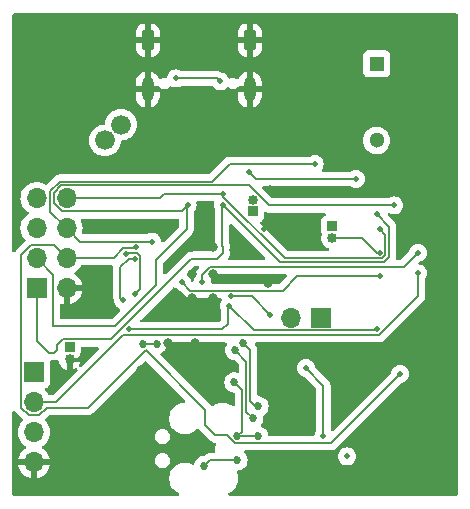
<source format=gbl>
G04 #@! TF.GenerationSoftware,KiCad,Pcbnew,8.0.1*
G04 #@! TF.CreationDate,2024-04-26T17:57:17-05:00*
G04 #@! TF.ProjectId,HCIPCB_ATSAMD21G18_template,48434950-4342-45f4-9154-53414d443231,rev?*
G04 #@! TF.SameCoordinates,Original*
G04 #@! TF.FileFunction,Copper,L2,Bot*
G04 #@! TF.FilePolarity,Positive*
%FSLAX46Y46*%
G04 Gerber Fmt 4.6, Leading zero omitted, Abs format (unit mm)*
G04 Created by KiCad (PCBNEW 8.0.1) date 2024-04-26 17:57:17*
%MOMM*%
%LPD*%
G01*
G04 APERTURE LIST*
G04 Aperture macros list*
%AMRoundRect*
0 Rectangle with rounded corners*
0 $1 Rounding radius*
0 $2 $3 $4 $5 $6 $7 $8 $9 X,Y pos of 4 corners*
0 Add a 4 corners polygon primitive as box body*
4,1,4,$2,$3,$4,$5,$6,$7,$8,$9,$2,$3,0*
0 Add four circle primitives for the rounded corners*
1,1,$1+$1,$2,$3*
1,1,$1+$1,$4,$5*
1,1,$1+$1,$6,$7*
1,1,$1+$1,$8,$9*
0 Add four rect primitives between the rounded corners*
20,1,$1+$1,$2,$3,$4,$5,0*
20,1,$1+$1,$4,$5,$6,$7,0*
20,1,$1+$1,$6,$7,$8,$9,0*
20,1,$1+$1,$8,$9,$2,$3,0*%
G04 Aperture macros list end*
G04 #@! TA.AperFunction,ComponentPad*
%ADD10R,0.850000X0.850000*%
G04 #@! TD*
G04 #@! TA.AperFunction,ComponentPad*
%ADD11O,0.850000X0.850000*%
G04 #@! TD*
G04 #@! TA.AperFunction,ComponentPad*
%ADD12O,1.000000X2.100000*%
G04 #@! TD*
G04 #@! TA.AperFunction,ComponentPad*
%ADD13RoundRect,0.250000X0.250000X0.650000X-0.250000X0.650000X-0.250000X-0.650000X0.250000X-0.650000X0*%
G04 #@! TD*
G04 #@! TA.AperFunction,ComponentPad*
%ADD14R,1.300000X1.300000*%
G04 #@! TD*
G04 #@! TA.AperFunction,ComponentPad*
%ADD15C,1.300000*%
G04 #@! TD*
G04 #@! TA.AperFunction,ComponentPad*
%ADD16R,1.700000X1.700000*%
G04 #@! TD*
G04 #@! TA.AperFunction,ComponentPad*
%ADD17O,1.700000X1.700000*%
G04 #@! TD*
G04 #@! TA.AperFunction,ComponentPad*
%ADD18C,1.676400*%
G04 #@! TD*
G04 #@! TA.AperFunction,ViaPad*
%ADD19C,0.800000*%
G04 #@! TD*
G04 #@! TA.AperFunction,ViaPad*
%ADD20C,0.500000*%
G04 #@! TD*
G04 #@! TA.AperFunction,ViaPad*
%ADD21C,0.685800*%
G04 #@! TD*
G04 #@! TA.AperFunction,Conductor*
%ADD22C,0.500000*%
G04 #@! TD*
G04 #@! TA.AperFunction,Conductor*
%ADD23C,0.200000*%
G04 #@! TD*
G04 #@! TA.AperFunction,Conductor*
%ADD24C,0.152400*%
G04 #@! TD*
G04 APERTURE END LIST*
D10*
X110500000Y-107000000D03*
D11*
X110500000Y-108000000D03*
D12*
X125763119Y-85179999D03*
X117123119Y-85179999D03*
D13*
X125763119Y-80999999D03*
X117123119Y-80999999D03*
D14*
X136500000Y-83000000D03*
D15*
X136500000Y-89500000D03*
D16*
X107500000Y-109130000D03*
D17*
X107500000Y-111670000D03*
X107500000Y-114210000D03*
X107500000Y-116750000D03*
D10*
X126000000Y-95500000D03*
D11*
X126000000Y-94500000D03*
D18*
X114858900Y-88148720D03*
X113500000Y-89500000D03*
D16*
X107710000Y-102000000D03*
D17*
X110250000Y-102000000D03*
X107710000Y-99460000D03*
X110250000Y-99460000D03*
X107710000Y-96920000D03*
X110250000Y-96920000D03*
X107710000Y-94380000D03*
X110250000Y-94380000D03*
D16*
X131750000Y-104500000D03*
D17*
X129210000Y-104500000D03*
D10*
X132750000Y-96750000D03*
D11*
X132750000Y-97750000D03*
D19*
X120904000Y-100838000D03*
X127300000Y-101600000D03*
D20*
X127500000Y-93500000D03*
D19*
X124460000Y-98750000D03*
X120904000Y-98552000D03*
X130556000Y-118618000D03*
X117094000Y-113030000D03*
D20*
X110750000Y-88750000D03*
X114250000Y-79750000D03*
D19*
X118872000Y-106680000D03*
D20*
X119500000Y-102250000D03*
X130250000Y-107250000D03*
D19*
X120904000Y-102870000D03*
D20*
X110750000Y-113000000D03*
D19*
X122682000Y-102870000D03*
D20*
X117750000Y-96750000D03*
X127000000Y-97000000D03*
D19*
X122682000Y-100838000D03*
X122682000Y-98552000D03*
X121158000Y-106680000D03*
D20*
X113500000Y-104250000D03*
D19*
X121412000Y-80538000D03*
X116586000Y-108966000D03*
X121200000Y-91700000D03*
D20*
X113500000Y-92000000D03*
D19*
X122428000Y-110998000D03*
D20*
X110000000Y-103750000D03*
D21*
X126492000Y-114554000D03*
X124460000Y-109982000D03*
X124714000Y-114554000D03*
D20*
X119500000Y-84250000D03*
X123250000Y-84500000D03*
D21*
X125222000Y-106680000D03*
X126492000Y-112014000D03*
X124500000Y-107249400D03*
X124714000Y-116586000D03*
X126045400Y-113030000D03*
X121911343Y-117027691D03*
D20*
X116000000Y-102500000D03*
X115250943Y-99119639D03*
X116000000Y-99500000D03*
X115000000Y-103000000D03*
D21*
X116700000Y-106700000D03*
X117900000Y-106700000D03*
D20*
X124000000Y-103500000D03*
X115500000Y-105500000D03*
X136500000Y-105500000D03*
X123500000Y-95000000D03*
X136500000Y-95750000D03*
X123500000Y-94000000D03*
X136750000Y-97000000D03*
X117503500Y-98061001D03*
X131250000Y-91500000D03*
X116156400Y-98538001D03*
X138500000Y-109250000D03*
X120500000Y-95000000D03*
X138000000Y-95000000D03*
X140000000Y-100750000D03*
X140000000Y-99000000D03*
X121750000Y-101500000D03*
X134750000Y-92750000D03*
X125670000Y-92150000D03*
X120000000Y-101500000D03*
X136750000Y-101000000D03*
X136750000Y-99000000D03*
X130500000Y-108750000D03*
X127500000Y-104250000D03*
X124202000Y-102704000D03*
X132000000Y-114500000D03*
X134000000Y-116250000D03*
D22*
X117123119Y-85179999D02*
X117123119Y-80999999D01*
X125763119Y-85179999D02*
X125763119Y-80999999D01*
D23*
X125107971Y-114160029D02*
X124714000Y-114554000D01*
X124714000Y-114554000D02*
X126492000Y-114554000D01*
X124460000Y-109982000D02*
X125103489Y-110625489D01*
X125107971Y-111261992D02*
X125107971Y-114160029D01*
X125103489Y-110625489D02*
X125103489Y-111257510D01*
X125103489Y-111257510D02*
X125107971Y-111261992D01*
X123000000Y-84250000D02*
X119500000Y-84250000D01*
X123250000Y-84500000D02*
X123000000Y-84250000D01*
X125802520Y-111578520D02*
X126238000Y-112014000D01*
X126238000Y-112014000D02*
X126492000Y-112014000D01*
X125802520Y-107260520D02*
X125802520Y-111578520D01*
X125222000Y-106680000D02*
X125802520Y-107260520D01*
X124500000Y-107249400D02*
X125476000Y-108225400D01*
X121911343Y-117027691D02*
X122353034Y-116586000D01*
X125476000Y-112460600D02*
X126045400Y-113030000D01*
X125476000Y-108225400D02*
X125476000Y-112460600D01*
X122353034Y-116586000D02*
X124714000Y-116586000D01*
D24*
X116453200Y-99312278D02*
X116453200Y-102046800D01*
X116187722Y-99046800D02*
X116453200Y-99312278D01*
X115250943Y-99119639D02*
X115323782Y-99046800D01*
X115323782Y-99046800D02*
X116187722Y-99046800D01*
X116453200Y-102046800D02*
X116000000Y-102500000D01*
X114796800Y-102796800D02*
X115000000Y-103000000D01*
X115500000Y-99500000D02*
X114796800Y-100203200D01*
X116000000Y-99500000D02*
X115500000Y-99500000D01*
X114796800Y-100203200D02*
X114796800Y-102796800D01*
D23*
X116700000Y-106700000D02*
X117900000Y-106700000D01*
X115500000Y-105500000D02*
X123416500Y-105500000D01*
X123916000Y-103584000D02*
X124000000Y-103500000D01*
X136423000Y-105577000D02*
X126077000Y-105577000D01*
X136500000Y-105500000D02*
X136423000Y-105577000D01*
X123416500Y-105500000D02*
X123916000Y-105000500D01*
X123916000Y-105000500D02*
X123916000Y-103584000D01*
X126077000Y-105577000D02*
X124000000Y-103500000D01*
X123000000Y-99500000D02*
X120825420Y-99500000D01*
X123416000Y-95084000D02*
X123416000Y-98416000D01*
X120825420Y-99500000D02*
X113977420Y-106348000D01*
X137083028Y-99804000D02*
X128304000Y-99804000D01*
X136500000Y-95750000D02*
X137554000Y-96804000D01*
X109477000Y-107197580D02*
X109197580Y-107477000D01*
X109931420Y-106348000D02*
X109477000Y-106802420D01*
X108727000Y-107477000D02*
X107710000Y-106460000D01*
X109477000Y-106802420D02*
X109477000Y-107197580D01*
X123500000Y-95000000D02*
X123416000Y-95084000D01*
X128304000Y-99804000D02*
X123500000Y-95000000D01*
X113977420Y-106348000D02*
X109931420Y-106348000D01*
X123500000Y-98500000D02*
X123500000Y-99000000D01*
X109197580Y-107477000D02*
X108727000Y-107477000D01*
X123500000Y-99000000D02*
X123000000Y-99500000D01*
X137554000Y-99333028D02*
X137083028Y-99804000D01*
X137554000Y-96804000D02*
X137554000Y-99333028D01*
X107710000Y-106460000D02*
X107710000Y-102000000D01*
X123416000Y-98416000D02*
X123500000Y-98500000D01*
X136947580Y-99477000D02*
X128727000Y-99477000D01*
X123500000Y-94250000D02*
X123500000Y-94000000D01*
X136750000Y-97000000D02*
X137227000Y-97477000D01*
X118157552Y-94380000D02*
X110250000Y-94380000D01*
X118537552Y-94000000D02*
X123500000Y-94000000D01*
X118537552Y-94000000D02*
X118157552Y-94380000D01*
X128727000Y-99477000D02*
X123500000Y-94250000D01*
X137227000Y-97477000D02*
X137227000Y-99197580D01*
X137227000Y-99197580D02*
X136947580Y-99477000D01*
X108846000Y-95516000D02*
X110250000Y-96920000D01*
X109668443Y-92976000D02*
X108846000Y-93798443D01*
X111391001Y-98061001D02*
X110250000Y-96920000D01*
X122588501Y-92976000D02*
X109668443Y-92976000D01*
X117503500Y-98061001D02*
X111391001Y-98061001D01*
X124064501Y-91500000D02*
X122588501Y-92976000D01*
X108846000Y-93798443D02*
X108846000Y-95516000D01*
X131250000Y-91500000D02*
X124064501Y-91500000D01*
X122006550Y-113625411D02*
X122006550Y-112340389D01*
X107946109Y-112747000D02*
X107053891Y-112747000D01*
X107053891Y-112747000D02*
X106423000Y-112116109D01*
X116936061Y-107269900D02*
X112089852Y-112116109D01*
X107263891Y-98383000D02*
X109173000Y-98383000D01*
X112089852Y-112116109D02*
X108577000Y-112116109D01*
X114236000Y-99460000D02*
X110250000Y-99460000D01*
X108577000Y-112116109D02*
X107946109Y-112747000D01*
X109173000Y-98383000D02*
X110250000Y-99460000D01*
X124477939Y-115123900D02*
X123821489Y-114467450D01*
X123821489Y-114467450D02*
X122848589Y-114467450D01*
X122006550Y-112340389D02*
X116936061Y-107269900D01*
X115053361Y-98642639D02*
X114236000Y-99460000D01*
X132626100Y-115123900D02*
X124477939Y-115123900D01*
X106423000Y-112116109D02*
X106423000Y-99223891D01*
X138500000Y-109250000D02*
X132626100Y-115123900D01*
X116051762Y-98642639D02*
X116156400Y-98538001D01*
X115053361Y-98642639D02*
X116051762Y-98642639D01*
X122848589Y-114467450D02*
X122006550Y-113625411D01*
X106423000Y-99223891D02*
X107263891Y-98383000D01*
X109098420Y-105227000D02*
X114326948Y-105227000D01*
X117830500Y-101723448D02*
X117830500Y-99588000D01*
X109098420Y-105227000D02*
X109098420Y-100848420D01*
X127422068Y-95000000D02*
X125725068Y-93303000D01*
X120000000Y-95500000D02*
X120500000Y-95000000D01*
X109173000Y-94826109D02*
X109846891Y-95500000D01*
X138000000Y-95000000D02*
X127422068Y-95000000D01*
X109846891Y-95500000D02*
X120000000Y-95500000D01*
X120416000Y-95084000D02*
X120500000Y-95000000D01*
X109803891Y-93303000D02*
X109173000Y-93933891D01*
X117830500Y-99588000D02*
X120416000Y-97002500D01*
X109173000Y-93933891D02*
X109173000Y-94826109D01*
X125725068Y-93303000D02*
X109803891Y-93303000D01*
X109098420Y-100848420D02*
X107710000Y-99460000D01*
X120416000Y-97002500D02*
X120416000Y-95084000D01*
X114326948Y-105227000D02*
X117830500Y-101723448D01*
X140000000Y-102674580D02*
X136697580Y-105977000D01*
X136697580Y-105977000D02*
X115023000Y-105977000D01*
X115023000Y-105977000D02*
X109330000Y-111670000D01*
X109330000Y-111670000D02*
X107500000Y-111670000D01*
X140000000Y-100750000D02*
X140000000Y-102674580D01*
X122417712Y-100211000D02*
X121750000Y-100878712D01*
X138789000Y-100211000D02*
X122417712Y-100211000D01*
X121750000Y-100878712D02*
X121750000Y-101500000D01*
X140000000Y-99000000D02*
X138789000Y-100211000D01*
X126270000Y-92750000D02*
X125670000Y-92150000D01*
X134750000Y-92750000D02*
X126270000Y-92750000D01*
X120727000Y-102227000D02*
X120000000Y-101500000D01*
X136750000Y-101000000D02*
X129779420Y-101000000D01*
X128552420Y-102227000D02*
X120727000Y-102227000D01*
X129779420Y-101000000D02*
X128552420Y-102227000D01*
X136500000Y-99000000D02*
X135250000Y-97750000D01*
X135250000Y-97750000D02*
X132750000Y-97750000D01*
X136750000Y-99000000D02*
X136500000Y-99000000D01*
X125954000Y-102704000D02*
X124202000Y-102704000D01*
X127500000Y-104250000D02*
X125954000Y-102704000D01*
X132000000Y-114500000D02*
X132000000Y-110250000D01*
X132000000Y-110250000D02*
X130500000Y-108750000D01*
G04 #@! TA.AperFunction,Conductor*
G36*
X116980093Y-108190583D02*
G01*
X117025156Y-108219544D01*
X120282567Y-111476955D01*
X120316593Y-111539267D01*
X120311528Y-111610082D01*
X120268981Y-111666918D01*
X120202461Y-111691729D01*
X120193472Y-111692050D01*
X120163701Y-111692050D01*
X119955696Y-111724995D01*
X119955690Y-111724996D01*
X119755410Y-111790071D01*
X119755404Y-111790074D01*
X119567757Y-111885685D01*
X119397381Y-112009471D01*
X119397378Y-112009473D01*
X119248473Y-112158378D01*
X119248471Y-112158381D01*
X119124685Y-112328757D01*
X119029074Y-112516404D01*
X119029071Y-112516410D01*
X118963996Y-112716690D01*
X118963995Y-112716695D01*
X118963995Y-112716696D01*
X118931050Y-112924701D01*
X118931050Y-113135299D01*
X118950186Y-113256116D01*
X118963996Y-113343309D01*
X119029071Y-113543589D01*
X119029073Y-113543594D01*
X119124683Y-113731239D01*
X119248469Y-113901616D01*
X119248471Y-113901618D01*
X119248473Y-113901621D01*
X119397378Y-114050526D01*
X119397381Y-114050528D01*
X119397384Y-114050531D01*
X119567761Y-114174317D01*
X119755406Y-114269927D01*
X119955696Y-114335005D01*
X120163701Y-114367950D01*
X120163704Y-114367950D01*
X120374296Y-114367950D01*
X120374299Y-114367950D01*
X120582304Y-114335005D01*
X120782594Y-114269927D01*
X120970239Y-114174317D01*
X121140616Y-114050531D01*
X121283637Y-113907509D01*
X121345947Y-113873486D01*
X121416763Y-113878550D01*
X121473599Y-113921097D01*
X121481850Y-113933605D01*
X121519628Y-113999038D01*
X121519630Y-113999040D01*
X121519633Y-113999044D01*
X122474955Y-114954366D01*
X122474960Y-114954370D01*
X122474962Y-114954372D01*
X122474963Y-114954373D01*
X122474965Y-114954374D01*
X122494541Y-114965676D01*
X122613716Y-115034482D01*
X122613722Y-115034483D01*
X122613723Y-115034484D01*
X122661434Y-115047268D01*
X122661435Y-115047268D01*
X122768478Y-115075950D01*
X122768479Y-115075950D01*
X122776667Y-115077028D01*
X122776259Y-115080122D01*
X122830170Y-115095952D01*
X122876663Y-115149608D01*
X122886767Y-115219882D01*
X122873168Y-115261352D01*
X122871699Y-115264098D01*
X122823018Y-115381625D01*
X122823017Y-115381628D01*
X122798200Y-115506388D01*
X122798200Y-115633611D01*
X122813727Y-115711666D01*
X122823017Y-115758373D01*
X122823018Y-115758377D01*
X122823019Y-115758378D01*
X122841619Y-115803282D01*
X122849208Y-115873871D01*
X122817429Y-115937358D01*
X122756371Y-115973586D01*
X122725210Y-115977500D01*
X122272923Y-115977500D01*
X122189989Y-115999722D01*
X122118164Y-116018967D01*
X122118157Y-116018970D01*
X122026956Y-116071626D01*
X121979409Y-116099076D01*
X121979400Y-116099084D01*
X121939100Y-116139385D01*
X121876789Y-116173411D01*
X121850004Y-116176291D01*
X121821857Y-116176291D01*
X121646796Y-116213501D01*
X121483293Y-116286297D01*
X121338507Y-116391491D01*
X121218749Y-116524497D01*
X121129267Y-116679485D01*
X121129264Y-116679490D01*
X121072483Y-116854245D01*
X121032409Y-116912850D01*
X120967012Y-116940487D01*
X120897056Y-116928380D01*
X120895497Y-116927600D01*
X120782594Y-116870073D01*
X120782591Y-116870072D01*
X120782589Y-116870071D01*
X120582309Y-116804996D01*
X120582305Y-116804995D01*
X120582304Y-116804995D01*
X120374299Y-116772050D01*
X120163701Y-116772050D01*
X119955696Y-116804995D01*
X119955690Y-116804996D01*
X119755410Y-116870071D01*
X119755404Y-116870074D01*
X119567757Y-116965685D01*
X119397381Y-117089471D01*
X119397378Y-117089473D01*
X119248473Y-117238378D01*
X119248471Y-117238381D01*
X119124685Y-117408757D01*
X119029074Y-117596404D01*
X119029071Y-117596410D01*
X118963996Y-117796690D01*
X118963995Y-117796695D01*
X118963995Y-117796696D01*
X118931050Y-118004701D01*
X118931050Y-118215299D01*
X118963995Y-118423304D01*
X118963996Y-118423309D01*
X119029071Y-118623589D01*
X119029073Y-118623594D01*
X119124683Y-118811239D01*
X119248469Y-118981616D01*
X119248471Y-118981618D01*
X119248473Y-118981621D01*
X119397378Y-119130526D01*
X119397381Y-119130528D01*
X119397384Y-119130531D01*
X119567761Y-119254317D01*
X119728244Y-119336087D01*
X119779858Y-119384834D01*
X119796924Y-119453749D01*
X119774023Y-119520951D01*
X119718426Y-119565103D01*
X119671040Y-119574353D01*
X105786588Y-119574353D01*
X105718467Y-119554351D01*
X105671974Y-119500695D01*
X105660588Y-119448353D01*
X105660588Y-112482811D01*
X105680590Y-112414690D01*
X105734246Y-112368197D01*
X105804520Y-112358093D01*
X105869100Y-112387587D01*
X105895707Y-112419811D01*
X105936075Y-112489732D01*
X105936077Y-112489734D01*
X105936078Y-112489736D01*
X106528026Y-113081684D01*
X106562050Y-113143995D01*
X106556986Y-113214810D01*
X106531631Y-113256116D01*
X106424280Y-113372729D01*
X106424275Y-113372734D01*
X106301141Y-113561206D01*
X106210703Y-113767386D01*
X106210702Y-113767387D01*
X106155437Y-113985624D01*
X106155436Y-113985630D01*
X106155436Y-113985632D01*
X106136844Y-114210000D01*
X106152801Y-114402571D01*
X106155437Y-114434375D01*
X106210702Y-114652612D01*
X106210703Y-114652613D01*
X106301141Y-114858793D01*
X106424275Y-115047265D01*
X106424279Y-115047270D01*
X106576762Y-115212908D01*
X106631331Y-115255381D01*
X106754424Y-115351189D01*
X106788205Y-115369470D01*
X106838596Y-115419482D01*
X106853949Y-115488799D01*
X106829389Y-115555412D01*
X106788209Y-115591096D01*
X106754704Y-115609228D01*
X106754698Y-115609232D01*
X106577097Y-115747465D01*
X106424674Y-115913041D01*
X106301580Y-116101451D01*
X106211179Y-116307543D01*
X106211176Y-116307550D01*
X106163455Y-116495999D01*
X106163456Y-116496000D01*
X107069297Y-116496000D01*
X107034075Y-116557007D01*
X107000000Y-116684174D01*
X107000000Y-116815826D01*
X107034075Y-116942993D01*
X107069297Y-117004000D01*
X106163455Y-117004000D01*
X106211176Y-117192449D01*
X106211179Y-117192456D01*
X106301580Y-117398548D01*
X106424674Y-117586958D01*
X106577097Y-117752534D01*
X106754698Y-117890767D01*
X106754699Y-117890768D01*
X106952628Y-117997882D01*
X106952630Y-117997883D01*
X107165483Y-118070955D01*
X107165492Y-118070957D01*
X107246000Y-118084391D01*
X107246000Y-117180702D01*
X107307007Y-117215925D01*
X107434174Y-117250000D01*
X107565826Y-117250000D01*
X107692993Y-117215925D01*
X107754000Y-117180702D01*
X107754000Y-118084390D01*
X107834507Y-118070957D01*
X107834516Y-118070955D01*
X108047369Y-117997883D01*
X108047371Y-117997882D01*
X108245300Y-117890768D01*
X108245301Y-117890767D01*
X108422902Y-117752534D01*
X108575325Y-117586958D01*
X108698419Y-117398548D01*
X108788820Y-117192456D01*
X108788823Y-117192449D01*
X108836544Y-117004000D01*
X107930703Y-117004000D01*
X107965925Y-116942993D01*
X108000000Y-116815826D01*
X108000000Y-116684174D01*
X107990739Y-116649611D01*
X117718200Y-116649611D01*
X117733377Y-116725909D01*
X117743017Y-116774373D01*
X117791699Y-116891901D01*
X117862374Y-116997674D01*
X117952326Y-117087626D01*
X118058099Y-117158301D01*
X118175627Y-117206983D01*
X118283054Y-117228351D01*
X118300388Y-117231799D01*
X118300391Y-117231799D01*
X118300394Y-117231800D01*
X118300395Y-117231800D01*
X118427605Y-117231800D01*
X118427606Y-117231800D01*
X118552373Y-117206983D01*
X118669901Y-117158301D01*
X118775674Y-117087626D01*
X118865626Y-116997674D01*
X118936301Y-116891901D01*
X118984983Y-116774373D01*
X119009800Y-116649606D01*
X119009800Y-116522394D01*
X118984983Y-116397627D01*
X118936301Y-116280099D01*
X118865626Y-116174326D01*
X118775674Y-116084374D01*
X118773327Y-116082806D01*
X118723149Y-116049278D01*
X118669901Y-116013699D01*
X118552373Y-115965017D01*
X118516725Y-115957926D01*
X118427611Y-115940200D01*
X118427606Y-115940200D01*
X118300394Y-115940200D01*
X118300388Y-115940200D01*
X118193450Y-115961471D01*
X118175627Y-115965017D01*
X118175625Y-115965018D01*
X118058097Y-116013700D01*
X117952329Y-116084371D01*
X117952323Y-116084376D01*
X117862376Y-116174323D01*
X117862371Y-116174329D01*
X117811810Y-116250000D01*
X117791699Y-116280099D01*
X117780329Y-116307550D01*
X117743018Y-116397625D01*
X117743017Y-116397628D01*
X117718200Y-116522388D01*
X117718200Y-116649611D01*
X107990739Y-116649611D01*
X107965925Y-116557007D01*
X107930703Y-116496000D01*
X108836544Y-116496000D01*
X108836544Y-116495999D01*
X108788823Y-116307550D01*
X108788820Y-116307543D01*
X108698419Y-116101451D01*
X108575325Y-115913041D01*
X108422902Y-115747465D01*
X108245301Y-115609232D01*
X108245300Y-115609231D01*
X108211791Y-115591097D01*
X108161401Y-115541083D01*
X108146050Y-115471766D01*
X108170612Y-115405153D01*
X108211790Y-115369472D01*
X108245576Y-115351189D01*
X108423240Y-115212906D01*
X108575722Y-115047268D01*
X108698860Y-114858791D01*
X108789296Y-114652616D01*
X108798160Y-114617611D01*
X117718200Y-114617611D01*
X117735926Y-114706725D01*
X117743017Y-114742373D01*
X117791699Y-114859901D01*
X117791700Y-114859902D01*
X117854823Y-114954374D01*
X117862374Y-114965674D01*
X117952326Y-115055626D01*
X118058099Y-115126301D01*
X118175627Y-115174983D01*
X118283054Y-115196351D01*
X118300388Y-115199799D01*
X118300391Y-115199799D01*
X118300394Y-115199800D01*
X118300395Y-115199800D01*
X118427605Y-115199800D01*
X118427606Y-115199800D01*
X118552373Y-115174983D01*
X118669901Y-115126301D01*
X118775674Y-115055626D01*
X118865626Y-114965674D01*
X118936301Y-114859901D01*
X118984983Y-114742373D01*
X119009800Y-114617606D01*
X119009800Y-114490394D01*
X118984983Y-114365627D01*
X118936301Y-114248099D01*
X118865626Y-114142326D01*
X118775674Y-114052374D01*
X118773327Y-114050806D01*
X118706954Y-114006457D01*
X118669901Y-113981699D01*
X118552373Y-113933017D01*
X118516725Y-113925926D01*
X118427611Y-113908200D01*
X118427606Y-113908200D01*
X118300394Y-113908200D01*
X118300388Y-113908200D01*
X118193450Y-113929471D01*
X118175627Y-113933017D01*
X118174208Y-113933605D01*
X118058097Y-113981700D01*
X117952329Y-114052371D01*
X117952323Y-114052376D01*
X117862376Y-114142323D01*
X117862371Y-114142329D01*
X117791700Y-114248097D01*
X117791699Y-114248099D01*
X117782658Y-114269927D01*
X117743018Y-114365625D01*
X117743017Y-114365628D01*
X117718200Y-114490388D01*
X117718200Y-114617611D01*
X108798160Y-114617611D01*
X108844564Y-114434368D01*
X108863156Y-114210000D01*
X108844564Y-113985632D01*
X108831240Y-113933017D01*
X108789297Y-113767387D01*
X108789296Y-113767386D01*
X108789296Y-113767384D01*
X108698860Y-113561209D01*
X108579298Y-113378205D01*
X108575724Y-113372734D01*
X108575719Y-113372729D01*
X108468369Y-113256116D01*
X108436948Y-113192451D01*
X108444935Y-113121905D01*
X108471975Y-113081682D01*
X108628954Y-112924704D01*
X108792145Y-112761513D01*
X108854457Y-112727488D01*
X108881240Y-112724609D01*
X112169962Y-112724609D01*
X112169963Y-112724609D01*
X112247343Y-112703875D01*
X112324725Y-112683141D01*
X112463479Y-112603031D01*
X116846966Y-108219544D01*
X116909278Y-108185518D01*
X116980093Y-108190583D01*
G37*
G04 #@! TD.AperFunction*
G04 #@! TA.AperFunction,Conductor*
G36*
X143308267Y-78768070D02*
G01*
X143354760Y-78821726D01*
X143366146Y-78874068D01*
X143366146Y-119448353D01*
X143346144Y-119516474D01*
X143292488Y-119562967D01*
X143240146Y-119574353D01*
X124041960Y-119574353D01*
X123973839Y-119554351D01*
X123927346Y-119500695D01*
X123917242Y-119430421D01*
X123946736Y-119365841D01*
X123984754Y-119336088D01*
X124145239Y-119254317D01*
X124315616Y-119130531D01*
X124464531Y-118981616D01*
X124588317Y-118811239D01*
X124683927Y-118623594D01*
X124749005Y-118423304D01*
X124781950Y-118215299D01*
X124781950Y-118004701D01*
X124749005Y-117796696D01*
X124685854Y-117602336D01*
X124683827Y-117531368D01*
X124720489Y-117470571D01*
X124784201Y-117439245D01*
X124796930Y-117438151D01*
X124796924Y-117438090D01*
X124803481Y-117437401D01*
X124803486Y-117437400D01*
X124978546Y-117400190D01*
X125142045Y-117327396D01*
X125286836Y-117222199D01*
X125406591Y-117089197D01*
X125496077Y-116934203D01*
X125509822Y-116891902D01*
X125548008Y-116774374D01*
X125551382Y-116763991D01*
X125570090Y-116586000D01*
X125551382Y-116408009D01*
X125509822Y-116280099D01*
X125500043Y-116250000D01*
X133236701Y-116250000D01*
X133255837Y-116419848D01*
X133312290Y-116581182D01*
X133403231Y-116725912D01*
X133524087Y-116846768D01*
X133524089Y-116846769D01*
X133524091Y-116846771D01*
X133668817Y-116937709D01*
X133830150Y-116994162D01*
X133830149Y-116994162D01*
X133847348Y-116996099D01*
X134000000Y-117013299D01*
X134169850Y-116994162D01*
X134331183Y-116937709D01*
X134475909Y-116846771D01*
X134596771Y-116725909D01*
X134687709Y-116581183D01*
X134744162Y-116419850D01*
X134763299Y-116250000D01*
X134744162Y-116080150D01*
X134687709Y-115918817D01*
X134596771Y-115774091D01*
X134596769Y-115774089D01*
X134596768Y-115774087D01*
X134475912Y-115653231D01*
X134331182Y-115562290D01*
X134231270Y-115527330D01*
X134169850Y-115505838D01*
X134169848Y-115505837D01*
X134169850Y-115505837D01*
X134000000Y-115486701D01*
X133830151Y-115505837D01*
X133668817Y-115562290D01*
X133524087Y-115653231D01*
X133403231Y-115774087D01*
X133312290Y-115918817D01*
X133255837Y-116080151D01*
X133236701Y-116250000D01*
X125500043Y-116250000D01*
X125496079Y-116237801D01*
X125496075Y-116237794D01*
X125482049Y-116213501D01*
X125439259Y-116139385D01*
X125406593Y-116082806D01*
X125406592Y-116082805D01*
X125406591Y-116082803D01*
X125300537Y-115965018D01*
X125282417Y-115944893D01*
X125284027Y-115943442D01*
X125252083Y-115891603D01*
X125253427Y-115820620D01*
X125292934Y-115761631D01*
X125358061Y-115733365D01*
X125373629Y-115732400D01*
X132706210Y-115732400D01*
X132706211Y-115732400D01*
X132783591Y-115711666D01*
X132860973Y-115690932D01*
X132999727Y-115610822D01*
X138578421Y-110032125D01*
X138640731Y-109998102D01*
X138653411Y-109996014D01*
X138669841Y-109994163D01*
X138669840Y-109994163D01*
X138669850Y-109994162D01*
X138831183Y-109937709D01*
X138975909Y-109846771D01*
X139096771Y-109725909D01*
X139187709Y-109581183D01*
X139244162Y-109419850D01*
X139263299Y-109250000D01*
X139244162Y-109080150D01*
X139187709Y-108918817D01*
X139096771Y-108774091D01*
X139096769Y-108774089D01*
X139096768Y-108774087D01*
X138975912Y-108653231D01*
X138831182Y-108562290D01*
X138731270Y-108527330D01*
X138669850Y-108505838D01*
X138669848Y-108505837D01*
X138669850Y-108505837D01*
X138500000Y-108486701D01*
X138330151Y-108505837D01*
X138168817Y-108562290D01*
X138024087Y-108653231D01*
X137903231Y-108774087D01*
X137812290Y-108918817D01*
X137755838Y-109080147D01*
X137755837Y-109080151D01*
X137753984Y-109096598D01*
X137726477Y-109162049D01*
X137717872Y-109171578D01*
X132823595Y-114065855D01*
X132761283Y-114099881D01*
X132690468Y-114094816D01*
X132633632Y-114052269D01*
X132608821Y-113985749D01*
X132608500Y-113976760D01*
X132608500Y-110169890D01*
X132586880Y-110089204D01*
X132570652Y-110028638D01*
X132567032Y-110015127D01*
X132486921Y-109876372D01*
X132486918Y-109876369D01*
X132486915Y-109876365D01*
X131282127Y-108671578D01*
X131248102Y-108609266D01*
X131246014Y-108596588D01*
X131244163Y-108580157D01*
X131244162Y-108580155D01*
X131244162Y-108580150D01*
X131187709Y-108418817D01*
X131096771Y-108274091D01*
X131096769Y-108274089D01*
X131096768Y-108274087D01*
X130975912Y-108153231D01*
X130831182Y-108062290D01*
X130731270Y-108027330D01*
X130669850Y-108005838D01*
X130669848Y-108005837D01*
X130669850Y-108005837D01*
X130500000Y-107986701D01*
X130330151Y-108005837D01*
X130168817Y-108062290D01*
X130024087Y-108153231D01*
X129903231Y-108274087D01*
X129812290Y-108418817D01*
X129755837Y-108580151D01*
X129736701Y-108750000D01*
X129755837Y-108919848D01*
X129812290Y-109081182D01*
X129903231Y-109225912D01*
X130024087Y-109346768D01*
X130024089Y-109346769D01*
X130024091Y-109346771D01*
X130168817Y-109437709D01*
X130330150Y-109494162D01*
X130330155Y-109494162D01*
X130330157Y-109494163D01*
X130346588Y-109496014D01*
X130412041Y-109523516D01*
X130421578Y-109532127D01*
X131354595Y-110465144D01*
X131388621Y-110527456D01*
X131391500Y-110554239D01*
X131391500Y-114006457D01*
X131372187Y-114073493D01*
X131312292Y-114168814D01*
X131312291Y-114168816D01*
X131255837Y-114330151D01*
X131247573Y-114403507D01*
X131220070Y-114468960D01*
X131161546Y-114509153D01*
X131122365Y-114515400D01*
X127457483Y-114515400D01*
X127389362Y-114495398D01*
X127342869Y-114441742D01*
X127332174Y-114402576D01*
X127329382Y-114376009D01*
X127316059Y-114335005D01*
X127274079Y-114205801D01*
X127274075Y-114205794D01*
X127252726Y-114168817D01*
X127197691Y-114073493D01*
X127184593Y-114050806D01*
X127184592Y-114050805D01*
X127184591Y-114050803D01*
X127064836Y-113917801D01*
X127064835Y-113917800D01*
X126920049Y-113812606D01*
X126818478Y-113767384D01*
X126768933Y-113745325D01*
X126714837Y-113699345D01*
X126694188Y-113631418D01*
X126713540Y-113563109D01*
X126726548Y-113545906D01*
X126737991Y-113533197D01*
X126737992Y-113533195D01*
X126827477Y-113378203D01*
X126838817Y-113343304D01*
X126882780Y-113207996D01*
X126882782Y-113207991D01*
X126901490Y-113030000D01*
X126883595Y-112859747D01*
X126896367Y-112789912D01*
X126934845Y-112744643D01*
X127064834Y-112650201D01*
X127107304Y-112603033D01*
X127184591Y-112517197D01*
X127274077Y-112362203D01*
X127275413Y-112358093D01*
X127329380Y-112191996D01*
X127329382Y-112191991D01*
X127348090Y-112014000D01*
X127329382Y-111836009D01*
X127293312Y-111724995D01*
X127274079Y-111665801D01*
X127274075Y-111665794D01*
X127184593Y-111510806D01*
X127184592Y-111510805D01*
X127184591Y-111510803D01*
X127064836Y-111377801D01*
X127055386Y-111370935D01*
X126920049Y-111272606D01*
X126756546Y-111199810D01*
X126581486Y-111162600D01*
X126537020Y-111162600D01*
X126468899Y-111142598D01*
X126422406Y-111088942D01*
X126411020Y-111036600D01*
X126411020Y-107180410D01*
X126372672Y-107037293D01*
X126372671Y-107037286D01*
X126369554Y-107025651D01*
X126369552Y-107025648D01*
X126369552Y-107025647D01*
X126314835Y-106930875D01*
X126289443Y-106886895D01*
X126289435Y-106886885D01*
X126203145Y-106800595D01*
X126169119Y-106738283D01*
X126174184Y-106667468D01*
X126216731Y-106610632D01*
X126283251Y-106585821D01*
X126292240Y-106585500D01*
X136777690Y-106585500D01*
X136777691Y-106585500D01*
X136855071Y-106564766D01*
X136932453Y-106544032D01*
X137071207Y-106463922D01*
X140486921Y-103048208D01*
X140567032Y-102909453D01*
X140603242Y-102774315D01*
X140608500Y-102754691D01*
X140608500Y-101243542D01*
X140627812Y-101176506D01*
X140687709Y-101081183D01*
X140744162Y-100919850D01*
X140763299Y-100750000D01*
X140744162Y-100580150D01*
X140687709Y-100418817D01*
X140596771Y-100274091D01*
X140596769Y-100274089D01*
X140596768Y-100274087D01*
X140475912Y-100153231D01*
X140331182Y-100062290D01*
X140231270Y-100027330D01*
X140169850Y-100005838D01*
X140169848Y-100005837D01*
X140169850Y-100005837D01*
X140146617Y-100003220D01*
X140081164Y-99975716D01*
X140040971Y-99917192D01*
X140038799Y-99846229D01*
X140071628Y-99788919D01*
X140078422Y-99782125D01*
X140140732Y-99748101D01*
X140153412Y-99746014D01*
X140169841Y-99744163D01*
X140169840Y-99744163D01*
X140169850Y-99744162D01*
X140331183Y-99687709D01*
X140475909Y-99596771D01*
X140596771Y-99475909D01*
X140687709Y-99331183D01*
X140744162Y-99169850D01*
X140763299Y-99000000D01*
X140744162Y-98830150D01*
X140687709Y-98668817D01*
X140596771Y-98524091D01*
X140596769Y-98524089D01*
X140596768Y-98524087D01*
X140475912Y-98403231D01*
X140331182Y-98312290D01*
X140196396Y-98265127D01*
X140169850Y-98255838D01*
X140169848Y-98255837D01*
X140169850Y-98255837D01*
X140000000Y-98236701D01*
X139830151Y-98255837D01*
X139668817Y-98312290D01*
X139524087Y-98403231D01*
X139403231Y-98524087D01*
X139312290Y-98668817D01*
X139255839Y-98830144D01*
X139255836Y-98830157D01*
X139253985Y-98846591D01*
X139226480Y-98912043D01*
X139217874Y-98921575D01*
X138573856Y-99565595D01*
X138511543Y-99599620D01*
X138484760Y-99602500D01*
X138275968Y-99602500D01*
X138207847Y-99582498D01*
X138161354Y-99528842D01*
X138151250Y-99458568D01*
X138154261Y-99443891D01*
X138162499Y-99413142D01*
X138162500Y-99413138D01*
X138162500Y-96723890D01*
X138162500Y-96723889D01*
X138136371Y-96626373D01*
X138136371Y-96626372D01*
X138136371Y-96626371D01*
X138121034Y-96569134D01*
X138121033Y-96569133D01*
X138121032Y-96569127D01*
X138087730Y-96511447D01*
X138040923Y-96430375D01*
X138040918Y-96430369D01*
X137761115Y-96150566D01*
X137462515Y-95851966D01*
X137428492Y-95789656D01*
X137433556Y-95718841D01*
X137476103Y-95662005D01*
X137542623Y-95637194D01*
X137611997Y-95652285D01*
X137618648Y-95656186D01*
X137627909Y-95662005D01*
X137668817Y-95687709D01*
X137830150Y-95744162D01*
X137830149Y-95744162D01*
X137847348Y-95746099D01*
X138000000Y-95763299D01*
X138169850Y-95744162D01*
X138331183Y-95687709D01*
X138475909Y-95596771D01*
X138596771Y-95475909D01*
X138687709Y-95331183D01*
X138744162Y-95169850D01*
X138763299Y-95000000D01*
X138744162Y-94830150D01*
X138687709Y-94668817D01*
X138596771Y-94524091D01*
X138596769Y-94524089D01*
X138596768Y-94524087D01*
X138475912Y-94403231D01*
X138457242Y-94391500D01*
X138331185Y-94312292D01*
X138331182Y-94312290D01*
X138231270Y-94277330D01*
X138169850Y-94255838D01*
X138169848Y-94255837D01*
X138169850Y-94255837D01*
X138000000Y-94236701D01*
X137830151Y-94255837D01*
X137668816Y-94312291D01*
X137668814Y-94312292D01*
X137573493Y-94372187D01*
X137506457Y-94391500D01*
X127726307Y-94391500D01*
X127658186Y-94371498D01*
X127637212Y-94354595D01*
X126856212Y-93573595D01*
X126822186Y-93511283D01*
X126827251Y-93440468D01*
X126869798Y-93383632D01*
X126936318Y-93358821D01*
X126945307Y-93358500D01*
X134256457Y-93358500D01*
X134323493Y-93377813D01*
X134418817Y-93437709D01*
X134580150Y-93494162D01*
X134580149Y-93494162D01*
X134597348Y-93496099D01*
X134750000Y-93513299D01*
X134919850Y-93494162D01*
X135081183Y-93437709D01*
X135225909Y-93346771D01*
X135346771Y-93225909D01*
X135437709Y-93081183D01*
X135494162Y-92919850D01*
X135513299Y-92750000D01*
X135494162Y-92580150D01*
X135437709Y-92418817D01*
X135346771Y-92274091D01*
X135346769Y-92274089D01*
X135346768Y-92274087D01*
X135225912Y-92153231D01*
X135207242Y-92141500D01*
X135191719Y-92131746D01*
X135081182Y-92062290D01*
X134981270Y-92027330D01*
X134919850Y-92005838D01*
X134919848Y-92005837D01*
X134919850Y-92005837D01*
X134750000Y-91986701D01*
X134580151Y-92005837D01*
X134418816Y-92062291D01*
X134418814Y-92062292D01*
X134323493Y-92122187D01*
X134256457Y-92141500D01*
X131970703Y-92141500D01*
X131902582Y-92121498D01*
X131856089Y-92067842D01*
X131845985Y-91997568D01*
X131864015Y-91948465D01*
X131937709Y-91831183D01*
X131994162Y-91669850D01*
X132013299Y-91500000D01*
X131994162Y-91330150D01*
X131937709Y-91168817D01*
X131846771Y-91024091D01*
X131846769Y-91024089D01*
X131846768Y-91024087D01*
X131725912Y-90903231D01*
X131707242Y-90891500D01*
X131611445Y-90831306D01*
X131581182Y-90812290D01*
X131461231Y-90770318D01*
X131419850Y-90755838D01*
X131419848Y-90755837D01*
X131419850Y-90755837D01*
X131250000Y-90736701D01*
X131080151Y-90755837D01*
X130918816Y-90812291D01*
X130918814Y-90812292D01*
X130823493Y-90872187D01*
X130756457Y-90891500D01*
X123984389Y-90891500D01*
X123940616Y-90903228D01*
X123940617Y-90903229D01*
X123829630Y-90932967D01*
X123829623Y-90932970D01*
X123690876Y-91013076D01*
X123690866Y-91013084D01*
X122373357Y-92330595D01*
X122311045Y-92364620D01*
X122284262Y-92367500D01*
X109588331Y-92367500D01*
X109523494Y-92384872D01*
X109523495Y-92384873D01*
X109433572Y-92408967D01*
X109433565Y-92408970D01*
X109376821Y-92441731D01*
X109376822Y-92441732D01*
X109294815Y-92489078D01*
X109294813Y-92489080D01*
X109238168Y-92545726D01*
X109181522Y-92602372D01*
X109181520Y-92602374D01*
X108580087Y-93203805D01*
X108517775Y-93237830D01*
X108446959Y-93232765D01*
X108431023Y-93225523D01*
X108338338Y-93175365D01*
X108257574Y-93131658D01*
X108257572Y-93131657D01*
X108257571Y-93131656D01*
X108044639Y-93058557D01*
X108044630Y-93058555D01*
X108000476Y-93051187D01*
X107822569Y-93021500D01*
X107597431Y-93021500D01*
X107449211Y-93046233D01*
X107375369Y-93058555D01*
X107375360Y-93058557D01*
X107162428Y-93131656D01*
X107162426Y-93131658D01*
X106964426Y-93238810D01*
X106964424Y-93238811D01*
X106786762Y-93377091D01*
X106634279Y-93542729D01*
X106634275Y-93542734D01*
X106511141Y-93731206D01*
X106420703Y-93937386D01*
X106420702Y-93937387D01*
X106365437Y-94155624D01*
X106365436Y-94155630D01*
X106365436Y-94155632D01*
X106357133Y-94255837D01*
X106346844Y-94380000D01*
X106365437Y-94604375D01*
X106420702Y-94822612D01*
X106420703Y-94822613D01*
X106420704Y-94822616D01*
X106450437Y-94890401D01*
X106511141Y-95028793D01*
X106634275Y-95217265D01*
X106634279Y-95217270D01*
X106786762Y-95382908D01*
X106841331Y-95425381D01*
X106964424Y-95521189D01*
X106997680Y-95539186D01*
X107048071Y-95589200D01*
X107063423Y-95658516D01*
X107038862Y-95725129D01*
X106997680Y-95760814D01*
X106964426Y-95778810D01*
X106964424Y-95778811D01*
X106786762Y-95917091D01*
X106634279Y-96082729D01*
X106634275Y-96082734D01*
X106511141Y-96271206D01*
X106420703Y-96477386D01*
X106420702Y-96477387D01*
X106365437Y-96695624D01*
X106365436Y-96695630D01*
X106365436Y-96695632D01*
X106346844Y-96920000D01*
X106365198Y-97141500D01*
X106365437Y-97144375D01*
X106420702Y-97362612D01*
X106420703Y-97362613D01*
X106420704Y-97362616D01*
X106458889Y-97449670D01*
X106511141Y-97568793D01*
X106634275Y-97757265D01*
X106634279Y-97757270D01*
X106741630Y-97873882D01*
X106773051Y-97937547D01*
X106765065Y-98008093D01*
X106738025Y-98048315D01*
X105936080Y-98850261D01*
X105936077Y-98850265D01*
X105895707Y-98920188D01*
X105844324Y-98969181D01*
X105774610Y-98982616D01*
X105708699Y-98956229D01*
X105667518Y-98898397D01*
X105660588Y-98857187D01*
X105660588Y-89500000D01*
X112148156Y-89500000D01*
X112168694Y-89734748D01*
X112229681Y-89962356D01*
X112229683Y-89962360D01*
X112329270Y-90175925D01*
X112464422Y-90368944D01*
X112464431Y-90368954D01*
X112631045Y-90535568D01*
X112631055Y-90535577D01*
X112824074Y-90670729D01*
X112824073Y-90670729D01*
X112899996Y-90706132D01*
X113037642Y-90770318D01*
X113265255Y-90831306D01*
X113500000Y-90851844D01*
X113734745Y-90831306D01*
X113962358Y-90770318D01*
X114175922Y-90670731D01*
X114360496Y-90541492D01*
X114368944Y-90535577D01*
X114368946Y-90535574D01*
X114368949Y-90535573D01*
X114535573Y-90368949D01*
X114670731Y-90175922D01*
X114770318Y-89962358D01*
X114831306Y-89734745D01*
X114842525Y-89606511D01*
X114868387Y-89540396D01*
X114924174Y-89500000D01*
X135336537Y-89500000D01*
X135356347Y-89713789D01*
X135415100Y-89920283D01*
X135415103Y-89920291D01*
X135510804Y-90112484D01*
X135510805Y-90112485D01*
X135640191Y-90283821D01*
X135798854Y-90428462D01*
X135798856Y-90428463D01*
X135798857Y-90428464D01*
X135981400Y-90541489D01*
X135981408Y-90541492D01*
X136181598Y-90619047D01*
X136181603Y-90619049D01*
X136392649Y-90658500D01*
X136392651Y-90658500D01*
X136607349Y-90658500D01*
X136607351Y-90658500D01*
X136818397Y-90619049D01*
X137018600Y-90541489D01*
X137201143Y-90428464D01*
X137359810Y-90283820D01*
X137489196Y-90112484D01*
X137584897Y-89920291D01*
X137643653Y-89713786D01*
X137663463Y-89500000D01*
X137643653Y-89286214D01*
X137637688Y-89265251D01*
X137584899Y-89079716D01*
X137584898Y-89079715D01*
X137584897Y-89079709D01*
X137489196Y-88887516D01*
X137359810Y-88716180D01*
X137359808Y-88716178D01*
X137201145Y-88571537D01*
X137028161Y-88464431D01*
X137018600Y-88458511D01*
X137018598Y-88458510D01*
X137018591Y-88458507D01*
X136818401Y-88380952D01*
X136818402Y-88380952D01*
X136818397Y-88380951D01*
X136607351Y-88341500D01*
X136392649Y-88341500D01*
X136233390Y-88371270D01*
X136181597Y-88380952D01*
X135981408Y-88458507D01*
X135981401Y-88458510D01*
X135798854Y-88571537D01*
X135640191Y-88716178D01*
X135510805Y-88887514D01*
X135415103Y-89079708D01*
X135415100Y-89079716D01*
X135356347Y-89286210D01*
X135336537Y-89500000D01*
X114924174Y-89500000D01*
X114925891Y-89498757D01*
X114957057Y-89491976D01*
X115093645Y-89480026D01*
X115321258Y-89419038D01*
X115534822Y-89319451D01*
X115582290Y-89286214D01*
X115727844Y-89184297D01*
X115727846Y-89184294D01*
X115727849Y-89184293D01*
X115894473Y-89017669D01*
X115985607Y-88887516D01*
X116029629Y-88824645D01*
X116029629Y-88824644D01*
X116029631Y-88824642D01*
X116129218Y-88611078D01*
X116190206Y-88383465D01*
X116210744Y-88148720D01*
X116190206Y-87913975D01*
X116129218Y-87686362D01*
X116029631Y-87472798D01*
X116029630Y-87472797D01*
X116029629Y-87472794D01*
X115894477Y-87279775D01*
X115894468Y-87279765D01*
X115727854Y-87113151D01*
X115727844Y-87113142D01*
X115534825Y-86977990D01*
X115534826Y-86977990D01*
X115321260Y-86878403D01*
X115321256Y-86878401D01*
X115093648Y-86817414D01*
X114858900Y-86796876D01*
X114624151Y-86817414D01*
X114396543Y-86878401D01*
X114396539Y-86878403D01*
X114182974Y-86977990D01*
X113989955Y-87113142D01*
X113989945Y-87113151D01*
X113823331Y-87279765D01*
X113823322Y-87279775D01*
X113688170Y-87472794D01*
X113588583Y-87686359D01*
X113588581Y-87686363D01*
X113527594Y-87913973D01*
X113527593Y-87913980D01*
X113516374Y-88042205D01*
X113490511Y-88108324D01*
X113433007Y-88149963D01*
X113401837Y-88156743D01*
X113265259Y-88168693D01*
X113265253Y-88168694D01*
X113037643Y-88229681D01*
X113037639Y-88229683D01*
X112824074Y-88329270D01*
X112631055Y-88464422D01*
X112631045Y-88464431D01*
X112464431Y-88631045D01*
X112464422Y-88631055D01*
X112329270Y-88824074D01*
X112229683Y-89037639D01*
X112229681Y-89037643D01*
X112168694Y-89265251D01*
X112148156Y-89500000D01*
X105660588Y-89500000D01*
X105660588Y-85829280D01*
X116115119Y-85829280D01*
X116153856Y-86024022D01*
X116153858Y-86024027D01*
X116229841Y-86207465D01*
X116340151Y-86372556D01*
X116340156Y-86372563D01*
X116480554Y-86512961D01*
X116480561Y-86512966D01*
X116645652Y-86623276D01*
X116829090Y-86699259D01*
X116829095Y-86699261D01*
X116869118Y-86707222D01*
X116869119Y-86707222D01*
X116869119Y-85890059D01*
X116883059Y-85914204D01*
X116938914Y-85970059D01*
X117007323Y-86009555D01*
X117083623Y-86029999D01*
X117162615Y-86029999D01*
X117238915Y-86009555D01*
X117307324Y-85970059D01*
X117363179Y-85914204D01*
X117377119Y-85890059D01*
X117377119Y-86707222D01*
X117417142Y-86699261D01*
X117417147Y-86699259D01*
X117600585Y-86623276D01*
X117765676Y-86512966D01*
X117765683Y-86512961D01*
X117906081Y-86372563D01*
X117906086Y-86372556D01*
X118016396Y-86207465D01*
X118092379Y-86024027D01*
X118092381Y-86024022D01*
X118131118Y-85829280D01*
X118131119Y-85829276D01*
X118131119Y-85433999D01*
X117423119Y-85433999D01*
X117423119Y-84925999D01*
X118075218Y-84925999D01*
X118143339Y-84946001D01*
X118166031Y-84966876D01*
X118166784Y-84966124D01*
X118261148Y-85060488D01*
X118261153Y-85060492D01*
X118261155Y-85060494D01*
X118261156Y-85060495D01*
X118261158Y-85060496D01*
X118369581Y-85123093D01*
X118369583Y-85123094D01*
X118490518Y-85155499D01*
X118615720Y-85155499D01*
X118736655Y-85123094D01*
X118845083Y-85060494D01*
X118933614Y-84971963D01*
X118945335Y-84951660D01*
X118996716Y-84902667D01*
X119066430Y-84889229D01*
X119121490Y-84907971D01*
X119168817Y-84937709D01*
X119330150Y-84994162D01*
X119330149Y-84994162D01*
X119347348Y-84996099D01*
X119500000Y-85013299D01*
X119669850Y-84994162D01*
X119831183Y-84937709D01*
X119926507Y-84877813D01*
X119993543Y-84858500D01*
X122509818Y-84858500D01*
X122577939Y-84878502D01*
X122616505Y-84917464D01*
X122653228Y-84975908D01*
X122653230Y-84975911D01*
X122774087Y-85096768D01*
X122774089Y-85096769D01*
X122774091Y-85096771D01*
X122918817Y-85187709D01*
X123080150Y-85244162D01*
X123080149Y-85244162D01*
X123097348Y-85246099D01*
X123250000Y-85263299D01*
X123419850Y-85244162D01*
X123581183Y-85187709D01*
X123725909Y-85096771D01*
X123812576Y-85010103D01*
X123874886Y-84976080D01*
X123945702Y-84981144D01*
X123990765Y-85010105D01*
X124041148Y-85060488D01*
X124041153Y-85060492D01*
X124041155Y-85060494D01*
X124041156Y-85060495D01*
X124041158Y-85060496D01*
X124149581Y-85123093D01*
X124149583Y-85123094D01*
X124270518Y-85155499D01*
X124395720Y-85155499D01*
X124516655Y-85123094D01*
X124625083Y-85060494D01*
X124625089Y-85060488D01*
X124719454Y-84966124D01*
X124721210Y-84967880D01*
X124768400Y-84933426D01*
X124811020Y-84925999D01*
X125463119Y-84925999D01*
X125463119Y-85433999D01*
X124755119Y-85433999D01*
X124755119Y-85829280D01*
X124793856Y-86024022D01*
X124793858Y-86024027D01*
X124869841Y-86207465D01*
X124980151Y-86372556D01*
X124980156Y-86372563D01*
X125120554Y-86512961D01*
X125120561Y-86512966D01*
X125285652Y-86623276D01*
X125469090Y-86699259D01*
X125469095Y-86699261D01*
X125509118Y-86707222D01*
X125509119Y-86707222D01*
X125509119Y-85890059D01*
X125523059Y-85914204D01*
X125578914Y-85970059D01*
X125647323Y-86009555D01*
X125723623Y-86029999D01*
X125802615Y-86029999D01*
X125878915Y-86009555D01*
X125947324Y-85970059D01*
X126003179Y-85914204D01*
X126017119Y-85890059D01*
X126017119Y-86707222D01*
X126057142Y-86699261D01*
X126057147Y-86699259D01*
X126240585Y-86623276D01*
X126405676Y-86512966D01*
X126405683Y-86512961D01*
X126546081Y-86372563D01*
X126546086Y-86372556D01*
X126656396Y-86207465D01*
X126732379Y-86024027D01*
X126732381Y-86024022D01*
X126771118Y-85829280D01*
X126771119Y-85829276D01*
X126771119Y-85433999D01*
X126063119Y-85433999D01*
X126063119Y-84925999D01*
X126771119Y-84925999D01*
X126771119Y-84530721D01*
X126771118Y-84530717D01*
X126732381Y-84335975D01*
X126732379Y-84335970D01*
X126656396Y-84152532D01*
X126546086Y-83987441D01*
X126546081Y-83987434D01*
X126405683Y-83847036D01*
X126405676Y-83847031D01*
X126240586Y-83736721D01*
X126148672Y-83698649D01*
X135341500Y-83698649D01*
X135348009Y-83759196D01*
X135348011Y-83759204D01*
X135399110Y-83896202D01*
X135399112Y-83896207D01*
X135486738Y-84013261D01*
X135603792Y-84100887D01*
X135603794Y-84100888D01*
X135603796Y-84100889D01*
X135662875Y-84122924D01*
X135740795Y-84151988D01*
X135740803Y-84151990D01*
X135801350Y-84158499D01*
X135801355Y-84158499D01*
X135801362Y-84158500D01*
X135801368Y-84158500D01*
X137198632Y-84158500D01*
X137198638Y-84158500D01*
X137198645Y-84158499D01*
X137198649Y-84158499D01*
X137259196Y-84151990D01*
X137259199Y-84151989D01*
X137259201Y-84151989D01*
X137396204Y-84100889D01*
X137513261Y-84013261D01*
X137600889Y-83896204D01*
X137651989Y-83759201D01*
X137654649Y-83734465D01*
X137658499Y-83698649D01*
X137658500Y-83698632D01*
X137658500Y-82301367D01*
X137658499Y-82301350D01*
X137651990Y-82240803D01*
X137651988Y-82240795D01*
X137600889Y-82103797D01*
X137600887Y-82103792D01*
X137513261Y-81986738D01*
X137396207Y-81899112D01*
X137396202Y-81899110D01*
X137259204Y-81848011D01*
X137259196Y-81848009D01*
X137198649Y-81841500D01*
X137198638Y-81841500D01*
X135801362Y-81841500D01*
X135801350Y-81841500D01*
X135740803Y-81848009D01*
X135740795Y-81848011D01*
X135603797Y-81899110D01*
X135603792Y-81899112D01*
X135486738Y-81986738D01*
X135399112Y-82103792D01*
X135399110Y-82103797D01*
X135348011Y-82240795D01*
X135348009Y-82240803D01*
X135341500Y-82301350D01*
X135341500Y-83698649D01*
X126148672Y-83698649D01*
X126057139Y-83660735D01*
X126057134Y-83660734D01*
X126017119Y-83652773D01*
X126017119Y-84469938D01*
X126003179Y-84445794D01*
X125947324Y-84389939D01*
X125878915Y-84350443D01*
X125802615Y-84329999D01*
X125723623Y-84329999D01*
X125647323Y-84350443D01*
X125578914Y-84389939D01*
X125523059Y-84445794D01*
X125509119Y-84469938D01*
X125509119Y-83652774D01*
X125509118Y-83652773D01*
X125469103Y-83660734D01*
X125469098Y-83660735D01*
X125285651Y-83736721D01*
X125120561Y-83847031D01*
X125120554Y-83847036D01*
X124980156Y-83987434D01*
X124980151Y-83987441D01*
X124869840Y-84152532D01*
X124869838Y-84152536D01*
X124827268Y-84255309D01*
X124782720Y-84310590D01*
X124715356Y-84333010D01*
X124646565Y-84315451D01*
X124631961Y-84304106D01*
X124631635Y-84304532D01*
X124625079Y-84299501D01*
X124516656Y-84236904D01*
X124395723Y-84204499D01*
X124395720Y-84204499D01*
X124270518Y-84204499D01*
X124270514Y-84204499D01*
X124149581Y-84236904D01*
X124149579Y-84236905D01*
X124124838Y-84251189D01*
X124055843Y-84267926D01*
X123988751Y-84244705D01*
X123944865Y-84188897D01*
X123942922Y-84183717D01*
X123937709Y-84168817D01*
X123846771Y-84024091D01*
X123846769Y-84024089D01*
X123846768Y-84024087D01*
X123725912Y-83903231D01*
X123581182Y-83812290D01*
X123419853Y-83755838D01*
X123419846Y-83755837D01*
X123372959Y-83750553D01*
X123324070Y-83734465D01*
X123234877Y-83682969D01*
X123123884Y-83653229D01*
X123123884Y-83653228D01*
X123080111Y-83641500D01*
X119993543Y-83641500D01*
X119926507Y-83622187D01*
X119831185Y-83562292D01*
X119831183Y-83562291D01*
X119831180Y-83562290D01*
X119669850Y-83505838D01*
X119669848Y-83505837D01*
X119669850Y-83505837D01*
X119500000Y-83486701D01*
X119330151Y-83505837D01*
X119168817Y-83562290D01*
X119024087Y-83653231D01*
X118903231Y-83774087D01*
X118812290Y-83918817D01*
X118755838Y-84080147D01*
X118755837Y-84080154D01*
X118754357Y-84093290D01*
X118726852Y-84158742D01*
X118668327Y-84198934D01*
X118623979Y-84203056D01*
X118623979Y-84204499D01*
X118490514Y-84204499D01*
X118369581Y-84236904D01*
X118369580Y-84236904D01*
X118261158Y-84299501D01*
X118254603Y-84304532D01*
X118253006Y-84302451D01*
X118202136Y-84330216D01*
X118131321Y-84325137D01*
X118074494Y-84282579D01*
X118058968Y-84255308D01*
X118016396Y-84152531D01*
X117906086Y-83987441D01*
X117906081Y-83987434D01*
X117765683Y-83847036D01*
X117765676Y-83847031D01*
X117600586Y-83736721D01*
X117417139Y-83660735D01*
X117417134Y-83660734D01*
X117377119Y-83652773D01*
X117377119Y-84469938D01*
X117363179Y-84445794D01*
X117307324Y-84389939D01*
X117238915Y-84350443D01*
X117162615Y-84329999D01*
X117083623Y-84329999D01*
X117007323Y-84350443D01*
X116938914Y-84389939D01*
X116883059Y-84445794D01*
X116869119Y-84469938D01*
X116869119Y-83652774D01*
X116869118Y-83652773D01*
X116829103Y-83660734D01*
X116829098Y-83660735D01*
X116645651Y-83736721D01*
X116480561Y-83847031D01*
X116480554Y-83847036D01*
X116340156Y-83987434D01*
X116340151Y-83987441D01*
X116229841Y-84152532D01*
X116153858Y-84335970D01*
X116153856Y-84335975D01*
X116115119Y-84530717D01*
X116115119Y-84925999D01*
X116823119Y-84925999D01*
X116823119Y-85433999D01*
X116115119Y-85433999D01*
X116115119Y-85829280D01*
X105660588Y-85829280D01*
X105660588Y-81700515D01*
X116115119Y-81700515D01*
X116125724Y-81804317D01*
X116125725Y-81804320D01*
X116181461Y-81972524D01*
X116274484Y-82123338D01*
X116274489Y-82123344D01*
X116399773Y-82248628D01*
X116399779Y-82248633D01*
X116550593Y-82341656D01*
X116718797Y-82397392D01*
X116718800Y-82397393D01*
X116822602Y-82407998D01*
X116822602Y-82407999D01*
X116869119Y-82407999D01*
X116869119Y-81560059D01*
X116883059Y-81584204D01*
X116938914Y-81640059D01*
X117007323Y-81679555D01*
X117083623Y-81699999D01*
X117162615Y-81699999D01*
X117238915Y-81679555D01*
X117307324Y-81640059D01*
X117363179Y-81584204D01*
X117377119Y-81560059D01*
X117377119Y-82407999D01*
X117423636Y-82407999D01*
X117423635Y-82407998D01*
X117527437Y-82397393D01*
X117527440Y-82397392D01*
X117695644Y-82341656D01*
X117846458Y-82248633D01*
X117846464Y-82248628D01*
X117971748Y-82123344D01*
X117971753Y-82123338D01*
X118064776Y-81972524D01*
X118120512Y-81804320D01*
X118120513Y-81804317D01*
X118131118Y-81700515D01*
X118131119Y-81700515D01*
X124755119Y-81700515D01*
X124765724Y-81804317D01*
X124765725Y-81804320D01*
X124821461Y-81972524D01*
X124914484Y-82123338D01*
X124914489Y-82123344D01*
X125039773Y-82248628D01*
X125039779Y-82248633D01*
X125190593Y-82341656D01*
X125358797Y-82397392D01*
X125358800Y-82397393D01*
X125462602Y-82407998D01*
X125462602Y-82407999D01*
X125509119Y-82407999D01*
X125509119Y-81560059D01*
X125523059Y-81584204D01*
X125578914Y-81640059D01*
X125647323Y-81679555D01*
X125723623Y-81699999D01*
X125802615Y-81699999D01*
X125878915Y-81679555D01*
X125947324Y-81640059D01*
X126003179Y-81584204D01*
X126017119Y-81560059D01*
X126017119Y-82407999D01*
X126063636Y-82407999D01*
X126063635Y-82407998D01*
X126167437Y-82397393D01*
X126167440Y-82397392D01*
X126335644Y-82341656D01*
X126486458Y-82248633D01*
X126486464Y-82248628D01*
X126611748Y-82123344D01*
X126611753Y-82123338D01*
X126704776Y-81972524D01*
X126760512Y-81804320D01*
X126760513Y-81804317D01*
X126771118Y-81700515D01*
X126771119Y-81700515D01*
X126771119Y-81253999D01*
X126063119Y-81253999D01*
X126063119Y-80745999D01*
X126771119Y-80745999D01*
X126771119Y-80299482D01*
X126760513Y-80195680D01*
X126760512Y-80195677D01*
X126704776Y-80027473D01*
X126611753Y-79876659D01*
X126611748Y-79876653D01*
X126486464Y-79751369D01*
X126486458Y-79751364D01*
X126335644Y-79658341D01*
X126167440Y-79602605D01*
X126167437Y-79602604D01*
X126063635Y-79591999D01*
X126017119Y-79591999D01*
X126017119Y-80439938D01*
X126003179Y-80415794D01*
X125947324Y-80359939D01*
X125878915Y-80320443D01*
X125802615Y-80299999D01*
X125723623Y-80299999D01*
X125647323Y-80320443D01*
X125578914Y-80359939D01*
X125523059Y-80415794D01*
X125509119Y-80439938D01*
X125509119Y-79591999D01*
X125462602Y-79591999D01*
X125358800Y-79602604D01*
X125358797Y-79602605D01*
X125190593Y-79658341D01*
X125039779Y-79751364D01*
X125039773Y-79751369D01*
X124914489Y-79876653D01*
X124914484Y-79876659D01*
X124821461Y-80027473D01*
X124765725Y-80195677D01*
X124765724Y-80195680D01*
X124755119Y-80299482D01*
X124755119Y-80745999D01*
X125463119Y-80745999D01*
X125463119Y-81253999D01*
X124755119Y-81253999D01*
X124755119Y-81700515D01*
X118131119Y-81700515D01*
X118131119Y-81253999D01*
X117423119Y-81253999D01*
X117423119Y-80745999D01*
X118131119Y-80745999D01*
X118131119Y-80299482D01*
X118120513Y-80195680D01*
X118120512Y-80195677D01*
X118064776Y-80027473D01*
X117971753Y-79876659D01*
X117971748Y-79876653D01*
X117846464Y-79751369D01*
X117846458Y-79751364D01*
X117695644Y-79658341D01*
X117527440Y-79602605D01*
X117527437Y-79602604D01*
X117423635Y-79591999D01*
X117377119Y-79591999D01*
X117377119Y-80439938D01*
X117363179Y-80415794D01*
X117307324Y-80359939D01*
X117238915Y-80320443D01*
X117162615Y-80299999D01*
X117083623Y-80299999D01*
X117007323Y-80320443D01*
X116938914Y-80359939D01*
X116883059Y-80415794D01*
X116869119Y-80439938D01*
X116869119Y-79591999D01*
X116822602Y-79591999D01*
X116718800Y-79602604D01*
X116718797Y-79602605D01*
X116550593Y-79658341D01*
X116399779Y-79751364D01*
X116399773Y-79751369D01*
X116274489Y-79876653D01*
X116274484Y-79876659D01*
X116181461Y-80027473D01*
X116125725Y-80195677D01*
X116125724Y-80195680D01*
X116115119Y-80299482D01*
X116115119Y-80745999D01*
X116823119Y-80745999D01*
X116823119Y-81253999D01*
X116115119Y-81253999D01*
X116115119Y-81700515D01*
X105660588Y-81700515D01*
X105660588Y-78874068D01*
X105680590Y-78805947D01*
X105734246Y-78759454D01*
X105786588Y-78748068D01*
X143240146Y-78748068D01*
X143308267Y-78768070D01*
G37*
G04 #@! TD.AperFunction*
G04 #@! TA.AperFunction,Conductor*
G36*
X123750073Y-106605502D02*
G01*
X123796566Y-106659158D01*
X123806670Y-106729432D01*
X123791071Y-106774500D01*
X123717924Y-106901194D01*
X123717920Y-106901201D01*
X123662619Y-107071403D01*
X123662618Y-107071407D01*
X123662618Y-107071409D01*
X123643910Y-107249400D01*
X123646509Y-107274132D01*
X123662619Y-107427396D01*
X123717920Y-107597598D01*
X123717924Y-107597605D01*
X123807406Y-107752593D01*
X123807407Y-107752595D01*
X123807409Y-107752597D01*
X123918419Y-107875887D01*
X123927164Y-107885599D01*
X124071950Y-107990793D01*
X124071952Y-107990794D01*
X124071955Y-107990796D01*
X124235454Y-108063590D01*
X124410514Y-108100800D01*
X124438661Y-108100800D01*
X124506782Y-108120802D01*
X124527756Y-108137705D01*
X124830595Y-108440544D01*
X124864621Y-108502856D01*
X124867500Y-108529639D01*
X124867500Y-109042598D01*
X124847498Y-109110719D01*
X124793842Y-109157212D01*
X124723568Y-109167316D01*
X124715303Y-109165845D01*
X124549487Y-109130600D01*
X124549486Y-109130600D01*
X124370514Y-109130600D01*
X124195453Y-109167810D01*
X124031950Y-109240606D01*
X123887164Y-109345800D01*
X123767406Y-109478806D01*
X123677924Y-109633794D01*
X123677920Y-109633801D01*
X123622619Y-109804003D01*
X123622618Y-109804007D01*
X123622618Y-109804009D01*
X123615013Y-109876365D01*
X123603910Y-109982000D01*
X123622619Y-110159996D01*
X123677920Y-110330198D01*
X123677924Y-110330205D01*
X123767406Y-110485193D01*
X123767407Y-110485195D01*
X123767409Y-110485197D01*
X123882946Y-110613514D01*
X123887164Y-110618199D01*
X124031950Y-110723393D01*
X124031952Y-110723394D01*
X124031955Y-110723396D01*
X124195454Y-110796190D01*
X124342540Y-110827454D01*
X124370518Y-110833401D01*
X124377076Y-110834090D01*
X124376904Y-110835724D01*
X124437110Y-110853402D01*
X124483603Y-110907058D01*
X124494989Y-110959400D01*
X124494989Y-111337620D01*
X124495178Y-111338325D01*
X124499471Y-111370935D01*
X124499471Y-111895758D01*
X124479469Y-111963879D01*
X124425813Y-112010372D01*
X124355539Y-112020476D01*
X124299410Y-111997694D01*
X124145242Y-111885685D01*
X124145241Y-111885684D01*
X124145239Y-111885683D01*
X123957594Y-111790073D01*
X123957591Y-111790072D01*
X123957589Y-111790071D01*
X123757309Y-111724996D01*
X123757305Y-111724995D01*
X123757304Y-111724995D01*
X123549299Y-111692050D01*
X123338701Y-111692050D01*
X123130696Y-111724995D01*
X123130690Y-111724996D01*
X122930410Y-111790071D01*
X122930404Y-111790074D01*
X122742758Y-111885684D01*
X122638474Y-111961450D01*
X122571606Y-111985308D01*
X122502454Y-111969226D01*
X122475319Y-111948608D01*
X118208626Y-107681916D01*
X118174600Y-107619604D01*
X118179665Y-107548789D01*
X118222212Y-107491953D01*
X118246469Y-107477715D01*
X118328045Y-107441396D01*
X118472836Y-107336199D01*
X118592591Y-107203197D01*
X118682077Y-107048203D01*
X118737382Y-106877991D01*
X118756090Y-106700000D01*
X118756089Y-106699996D01*
X118756265Y-106698329D01*
X118783279Y-106632672D01*
X118841500Y-106592043D01*
X118881575Y-106585500D01*
X123681952Y-106585500D01*
X123750073Y-106605502D01*
G37*
G04 #@! TD.AperFunction*
G04 #@! TA.AperFunction,Conductor*
G36*
X112946882Y-106976502D02*
G01*
X112993375Y-107030158D01*
X113003479Y-107100432D01*
X112973985Y-107165012D01*
X112967856Y-107171595D01*
X111486215Y-108653235D01*
X111423903Y-108687261D01*
X111353087Y-108682196D01*
X111296252Y-108639649D01*
X111271441Y-108573129D01*
X111286532Y-108503755D01*
X111288002Y-108501138D01*
X111357033Y-108381576D01*
X111357034Y-108381573D01*
X111398484Y-108254000D01*
X110754000Y-108254000D01*
X110754000Y-108899853D01*
X110789901Y-108892222D01*
X110969072Y-108812450D01*
X110982748Y-108802514D01*
X111049615Y-108778654D01*
X111118767Y-108794732D01*
X111168249Y-108845644D01*
X111182350Y-108915226D01*
X111156594Y-108981386D01*
X111145907Y-108993543D01*
X109114856Y-111024595D01*
X109052544Y-111058620D01*
X109025761Y-111061500D01*
X108793371Y-111061500D01*
X108725250Y-111041498D01*
X108687888Y-111004415D01*
X108575724Y-110832734D01*
X108575719Y-110832729D01*
X108432524Y-110677179D01*
X108401103Y-110613514D01*
X108409090Y-110542968D01*
X108453948Y-110487939D01*
X108481183Y-110473789D01*
X108596204Y-110430889D01*
X108713261Y-110343261D01*
X108800889Y-110226204D01*
X108851989Y-110089201D01*
X108858500Y-110028638D01*
X108858500Y-108231362D01*
X108858203Y-108228601D01*
X108857813Y-108224967D01*
X108870419Y-108155099D01*
X108918798Y-108103137D01*
X108983091Y-108085500D01*
X109277689Y-108085500D01*
X109277690Y-108085500D01*
X109277691Y-108085500D01*
X109364308Y-108062291D01*
X109420319Y-108047283D01*
X109491292Y-108048971D01*
X109550089Y-108088764D01*
X109578038Y-108154028D01*
X109578239Y-108155818D01*
X109582363Y-108195055D01*
X109642966Y-108381574D01*
X109741031Y-108551424D01*
X109741035Y-108551431D01*
X109872259Y-108697170D01*
X109872264Y-108697175D01*
X110030925Y-108812449D01*
X110210098Y-108892222D01*
X110246000Y-108899853D01*
X110246000Y-108059500D01*
X110250000Y-108045877D01*
X110250000Y-108049728D01*
X110288060Y-108141614D01*
X110358386Y-108211940D01*
X110450272Y-108250000D01*
X110549728Y-108250000D01*
X110641614Y-108211940D01*
X110711940Y-108141614D01*
X110750000Y-108049728D01*
X110750000Y-107950272D01*
X110743053Y-107933500D01*
X110973632Y-107933500D01*
X110973638Y-107933500D01*
X110973645Y-107933499D01*
X110973649Y-107933499D01*
X111034196Y-107926990D01*
X111034199Y-107926989D01*
X111034201Y-107926989D01*
X111171204Y-107875889D01*
X111288261Y-107788261D01*
X111288261Y-107788259D01*
X111288263Y-107788259D01*
X111293618Y-107782905D01*
X111355930Y-107748879D01*
X111382713Y-107746000D01*
X111398483Y-107746000D01*
X111388556Y-107715445D01*
X111386528Y-107644478D01*
X111390334Y-107632476D01*
X111426988Y-107534204D01*
X111426990Y-107534196D01*
X111433499Y-107473649D01*
X111433500Y-107473632D01*
X111433500Y-107082500D01*
X111453502Y-107014379D01*
X111507158Y-106967886D01*
X111559500Y-106956500D01*
X112878761Y-106956500D01*
X112946882Y-106976502D01*
G37*
G04 #@! TD.AperFunction*
G04 #@! TA.AperFunction,Conductor*
G36*
X119350955Y-101939178D02*
G01*
X119396752Y-101972378D01*
X119398225Y-101970906D01*
X119524087Y-102096768D01*
X119524089Y-102096769D01*
X119524091Y-102096771D01*
X119668817Y-102187709D01*
X119830150Y-102244162D01*
X119830155Y-102244162D01*
X119830157Y-102244163D01*
X119846588Y-102246014D01*
X119912041Y-102273516D01*
X119921568Y-102282117D01*
X120353372Y-102713921D01*
X120492127Y-102794032D01*
X120560272Y-102812291D01*
X120646889Y-102835500D01*
X120646890Y-102835500D01*
X120807110Y-102835500D01*
X123293748Y-102835500D01*
X123361869Y-102855502D01*
X123408362Y-102909158D01*
X123418466Y-102979432D01*
X123400435Y-103028536D01*
X123312292Y-103168814D01*
X123312291Y-103168816D01*
X123255837Y-103330151D01*
X123236701Y-103500000D01*
X123255837Y-103669848D01*
X123300429Y-103797283D01*
X123307500Y-103838898D01*
X123307500Y-104696261D01*
X123287498Y-104764382D01*
X123270595Y-104785356D01*
X123201356Y-104854595D01*
X123139044Y-104888621D01*
X123112261Y-104891500D01*
X116598659Y-104891500D01*
X116530538Y-104871498D01*
X116484045Y-104817842D01*
X116473941Y-104747568D01*
X116503435Y-104682988D01*
X116509564Y-104676405D01*
X116857548Y-104328421D01*
X119217830Y-101968137D01*
X119280140Y-101934114D01*
X119350955Y-101939178D01*
G37*
G04 #@! TD.AperFunction*
G04 #@! TA.AperFunction,Conductor*
G36*
X114154221Y-100088502D02*
G01*
X114200714Y-100142158D01*
X114212100Y-100194500D01*
X114212100Y-102873777D01*
X114233260Y-102952749D01*
X114236272Y-102992926D01*
X114236701Y-102992926D01*
X114236701Y-102998643D01*
X114236762Y-102999457D01*
X114236701Y-102999998D01*
X114236701Y-102999999D01*
X114255837Y-103169848D01*
X114312290Y-103331182D01*
X114403231Y-103475912D01*
X114524087Y-103596768D01*
X114524089Y-103596769D01*
X114524091Y-103596771D01*
X114668817Y-103687709D01*
X114729092Y-103708800D01*
X114786784Y-103750178D01*
X114812946Y-103816178D01*
X114799273Y-103885846D01*
X114776573Y-103916824D01*
X114111804Y-104581595D01*
X114049491Y-104615620D01*
X114022708Y-104618500D01*
X109832920Y-104618500D01*
X109764799Y-104598498D01*
X109718306Y-104544842D01*
X109706920Y-104492500D01*
X109706920Y-103425829D01*
X109726922Y-103357708D01*
X109780578Y-103311215D01*
X109850852Y-103301111D01*
X109873833Y-103306656D01*
X109915487Y-103320956D01*
X109915492Y-103320957D01*
X109996000Y-103334391D01*
X109996000Y-102430702D01*
X110057007Y-102465925D01*
X110184174Y-102500000D01*
X110315826Y-102500000D01*
X110442993Y-102465925D01*
X110504000Y-102430702D01*
X110504000Y-103334390D01*
X110584507Y-103320957D01*
X110584516Y-103320955D01*
X110797369Y-103247883D01*
X110797371Y-103247882D01*
X110995300Y-103140768D01*
X110995301Y-103140767D01*
X111172902Y-103002534D01*
X111325325Y-102836958D01*
X111448419Y-102648548D01*
X111538820Y-102442456D01*
X111538823Y-102442449D01*
X111586544Y-102254000D01*
X110680703Y-102254000D01*
X110715925Y-102192993D01*
X110750000Y-102065826D01*
X110750000Y-101934174D01*
X110715925Y-101807007D01*
X110680703Y-101746000D01*
X111586544Y-101746000D01*
X111586544Y-101745999D01*
X111538823Y-101557550D01*
X111538820Y-101557543D01*
X111448419Y-101351451D01*
X111325325Y-101163041D01*
X111172902Y-100997465D01*
X110995301Y-100859232D01*
X110995300Y-100859231D01*
X110961791Y-100841097D01*
X110911401Y-100791083D01*
X110896050Y-100721766D01*
X110920612Y-100655153D01*
X110961790Y-100619472D01*
X110995576Y-100601189D01*
X111173240Y-100462906D01*
X111325722Y-100297268D01*
X111340867Y-100274087D01*
X111437888Y-100125585D01*
X111491891Y-100079496D01*
X111543371Y-100068500D01*
X114086100Y-100068500D01*
X114154221Y-100088502D01*
G37*
G04 #@! TD.AperFunction*
G04 #@! TA.AperFunction,Conductor*
G36*
X128863302Y-100839502D02*
G01*
X128909795Y-100893158D01*
X128919899Y-100963432D01*
X128890405Y-101028012D01*
X128884279Y-101034592D01*
X128588726Y-101330145D01*
X128337275Y-101581596D01*
X128274963Y-101615621D01*
X128248180Y-101618500D01*
X122639251Y-101618500D01*
X122571130Y-101598498D01*
X122524637Y-101544842D01*
X122514043Y-101506607D01*
X122510584Y-101475909D01*
X122494162Y-101330150D01*
X122440399Y-101176505D01*
X122435372Y-101162138D01*
X122436961Y-101161581D01*
X122426846Y-101100166D01*
X122455014Y-101034996D01*
X122462795Y-101026464D01*
X122632857Y-100856404D01*
X122695169Y-100822379D01*
X122721952Y-100819500D01*
X128795181Y-100819500D01*
X128863302Y-100839502D01*
G37*
G04 #@! TD.AperFunction*
G04 #@! TA.AperFunction,Conductor*
G36*
X121423593Y-100128502D02*
G01*
X121470086Y-100182158D01*
X121480190Y-100252432D01*
X121450696Y-100317012D01*
X121444567Y-100323595D01*
X121263083Y-100505078D01*
X121263075Y-100505088D01*
X121182967Y-100643839D01*
X121182968Y-100643840D01*
X121141500Y-100798601D01*
X121141500Y-101006457D01*
X121122187Y-101073493D01*
X121062292Y-101168814D01*
X121062291Y-101168816D01*
X121005837Y-101330151D01*
X121003220Y-101353382D01*
X120975716Y-101418834D01*
X120917191Y-101459027D01*
X120846228Y-101461198D01*
X120788917Y-101428368D01*
X120782127Y-101421578D01*
X120748101Y-101359266D01*
X120746014Y-101346588D01*
X120744163Y-101330157D01*
X120744162Y-101330155D01*
X120744162Y-101330150D01*
X120687709Y-101168817D01*
X120596771Y-101024091D01*
X120596769Y-101024089D01*
X120596768Y-101024087D01*
X120470906Y-100898225D01*
X120472499Y-100896631D01*
X120437892Y-100847340D01*
X120434986Y-100776403D01*
X120468137Y-100717830D01*
X121040565Y-100145404D01*
X121102877Y-100111379D01*
X121129660Y-100108500D01*
X121355472Y-100108500D01*
X121423593Y-100128502D01*
G37*
G04 #@! TD.AperFunction*
G04 #@! TA.AperFunction,Conductor*
G36*
X122723938Y-94628502D02*
G01*
X122770431Y-94682158D01*
X122780535Y-94752432D01*
X122774747Y-94776109D01*
X122770247Y-94788972D01*
X122755837Y-94830153D01*
X122736701Y-95000000D01*
X122755837Y-95169848D01*
X122800429Y-95297283D01*
X122807500Y-95338898D01*
X122807500Y-98335890D01*
X122807500Y-98496110D01*
X122848968Y-98650873D01*
X122848969Y-98650875D01*
X122848970Y-98650877D01*
X122851729Y-98655655D01*
X122868465Y-98724650D01*
X122845243Y-98791742D01*
X122831704Y-98807747D01*
X122784854Y-98854596D01*
X122722546Y-98888620D01*
X122695761Y-98891500D01*
X120745309Y-98891500D01*
X120668641Y-98912043D01*
X120590550Y-98932967D01*
X120590543Y-98932970D01*
X120451795Y-99013076D01*
X120451785Y-99013084D01*
X118654095Y-100810775D01*
X118591783Y-100844801D01*
X118520968Y-100839736D01*
X118464132Y-100797189D01*
X118439321Y-100730669D01*
X118439000Y-100721680D01*
X118439000Y-99892239D01*
X118459002Y-99824118D01*
X118475905Y-99803144D01*
X120902915Y-97376134D01*
X120902921Y-97376128D01*
X120983032Y-97237373D01*
X121024500Y-97082610D01*
X121024500Y-96922390D01*
X121024500Y-95600370D01*
X121044502Y-95532249D01*
X121061401Y-95511278D01*
X121096771Y-95475909D01*
X121187709Y-95331183D01*
X121244162Y-95169850D01*
X121263299Y-95000000D01*
X121244162Y-94830150D01*
X121225253Y-94776113D01*
X121221634Y-94705211D01*
X121256923Y-94643606D01*
X121319916Y-94610859D01*
X121344183Y-94608500D01*
X122655817Y-94608500D01*
X122723938Y-94628502D01*
G37*
G04 #@! TD.AperFunction*
G04 #@! TA.AperFunction,Conductor*
G36*
X124233012Y-96594015D02*
G01*
X124239595Y-96600144D01*
X127026856Y-99387405D01*
X127060882Y-99449717D01*
X127055817Y-99520532D01*
X127013270Y-99577368D01*
X126946750Y-99602179D01*
X126937761Y-99602500D01*
X124062240Y-99602500D01*
X123994119Y-99582498D01*
X123947626Y-99528842D01*
X123937522Y-99458568D01*
X123967016Y-99393988D01*
X123973145Y-99387405D01*
X123986916Y-99373633D01*
X123986922Y-99373627D01*
X124067032Y-99234872D01*
X124078591Y-99191732D01*
X124108500Y-99080111D01*
X124108500Y-98419889D01*
X124076837Y-98301720D01*
X124076836Y-98301718D01*
X124067031Y-98265125D01*
X124041381Y-98220697D01*
X124024500Y-98157697D01*
X124024500Y-96689239D01*
X124044502Y-96621118D01*
X124098158Y-96574625D01*
X124168432Y-96564521D01*
X124233012Y-96594015D01*
G37*
G04 #@! TD.AperFunction*
G04 #@! TA.AperFunction,Conductor*
G36*
X127122495Y-95529677D02*
G01*
X127187196Y-95567032D01*
X127341957Y-95608500D01*
X132092556Y-95608500D01*
X132160677Y-95628502D01*
X132207170Y-95682158D01*
X132217274Y-95752432D01*
X132187780Y-95817012D01*
X132136591Y-95852554D01*
X132078796Y-95874111D01*
X132078791Y-95874113D01*
X131961738Y-95961738D01*
X131874112Y-96078792D01*
X131874110Y-96078797D01*
X131823011Y-96215795D01*
X131823009Y-96215803D01*
X131816500Y-96276350D01*
X131816500Y-97223649D01*
X131823009Y-97284196D01*
X131823011Y-97284204D01*
X131859384Y-97381721D01*
X131864450Y-97452537D01*
X131861162Y-97464689D01*
X131831870Y-97554840D01*
X131831869Y-97554846D01*
X131811358Y-97749999D01*
X131811358Y-97750000D01*
X131831070Y-97937547D01*
X131831871Y-97945160D01*
X131892505Y-98131774D01*
X131892509Y-98131782D01*
X131990621Y-98301718D01*
X131990623Y-98301720D01*
X132121923Y-98447545D01*
X132121926Y-98447547D01*
X132280679Y-98562888D01*
X132425560Y-98627393D01*
X132479656Y-98673373D01*
X132500305Y-98741301D01*
X132480953Y-98809609D01*
X132427742Y-98856610D01*
X132374311Y-98868500D01*
X129031239Y-98868500D01*
X128963118Y-98848498D01*
X128942144Y-98831595D01*
X126668360Y-96557811D01*
X126634334Y-96495499D01*
X126639399Y-96424684D01*
X126681946Y-96367848D01*
X126788261Y-96288261D01*
X126875887Y-96171207D01*
X126875887Y-96171206D01*
X126875889Y-96171204D01*
X126926989Y-96034201D01*
X126933500Y-95973638D01*
X126933500Y-95638798D01*
X126953502Y-95570677D01*
X127007158Y-95524184D01*
X127077432Y-95514080D01*
X127122495Y-95529677D01*
G37*
G04 #@! TD.AperFunction*
G04 #@! TA.AperFunction,Conductor*
G36*
X119749621Y-96128502D02*
G01*
X119796114Y-96182158D01*
X119807500Y-96234500D01*
X119807500Y-96698260D01*
X119787498Y-96766381D01*
X119770595Y-96787355D01*
X118475113Y-98082836D01*
X118412801Y-98116862D01*
X118341985Y-98111797D01*
X118285150Y-98069250D01*
X118260810Y-98007848D01*
X118253746Y-97945155D01*
X118247662Y-97891151D01*
X118191209Y-97729818D01*
X118100271Y-97585092D01*
X118100269Y-97585090D01*
X118100268Y-97585088D01*
X117979412Y-97464232D01*
X117960742Y-97452501D01*
X117847506Y-97381349D01*
X117834682Y-97373291D01*
X117734770Y-97338331D01*
X117673350Y-97316839D01*
X117673348Y-97316838D01*
X117673350Y-97316838D01*
X117503500Y-97297702D01*
X117333651Y-97316838D01*
X117172316Y-97373292D01*
X117172314Y-97373293D01*
X117076993Y-97433188D01*
X117009957Y-97452501D01*
X111695240Y-97452501D01*
X111627119Y-97432499D01*
X111606145Y-97415596D01*
X111592722Y-97402173D01*
X111558696Y-97339861D01*
X111559673Y-97282146D01*
X111571011Y-97237377D01*
X111594564Y-97144368D01*
X111613156Y-96920000D01*
X111594564Y-96695632D01*
X111587773Y-96668816D01*
X111539297Y-96477387D01*
X111539294Y-96477380D01*
X111498794Y-96385049D01*
X111454958Y-96285113D01*
X111445912Y-96214696D01*
X111476373Y-96150566D01*
X111536669Y-96113084D01*
X111570346Y-96108500D01*
X119681500Y-96108500D01*
X119749621Y-96128502D01*
G37*
G04 #@! TD.AperFunction*
M02*

</source>
